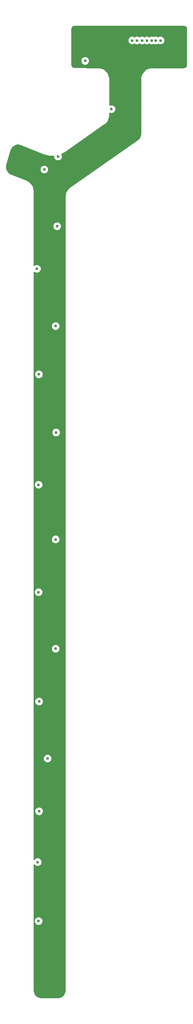
<source format=gbr>
%TF.GenerationSoftware,KiCad,Pcbnew,8.0.2*%
%TF.CreationDate,2025-02-04T18:07:00+01:00*%
%TF.ProjectId,FT25_AMS_VSENS,46543235-5f41-44d5-935f-5653454e532e,rev?*%
%TF.SameCoordinates,Original*%
%TF.FileFunction,Copper,L3,Inr*%
%TF.FilePolarity,Positive*%
%FSLAX46Y46*%
G04 Gerber Fmt 4.6, Leading zero omitted, Abs format (unit mm)*
G04 Created by KiCad (PCBNEW 8.0.2) date 2025-02-04 18:07:00*
%MOMM*%
%LPD*%
G01*
G04 APERTURE LIST*
%TA.AperFunction,ViaPad*%
%ADD10C,0.600000*%
%TD*%
G04 APERTURE END LIST*
D10*
%TO.N,/V1*%
X201425000Y-82300000D03*
X223300000Y-43200000D03*
%TO.N,/V2*%
X201100000Y-103300000D03*
X222300000Y-43200000D03*
%TO.N,/V3*%
X221400000Y-43200000D03*
X201200000Y-125700000D03*
%TO.N,/V4*%
X201100000Y-148200000D03*
X220400000Y-43200000D03*
%TO.N,/V5*%
X219400000Y-43200000D03*
X201100000Y-171200000D03*
%TO.N,/V6*%
X218300000Y-43200000D03*
X199400000Y-194287500D03*
%TO.N,/V7*%
X197300000Y-216100000D03*
X217300000Y-43200000D03*
%TO.N,/V8*%
X197500000Y-228500000D03*
%TO.N,/V9*%
X197600000Y-205400000D03*
%TO.N,/V10*%
X197600000Y-182300000D03*
%TO.N,/V11*%
X197500000Y-159300000D03*
%TO.N,/V12*%
X197500000Y-136700000D03*
%TO.N,/V13*%
X197550000Y-113450000D03*
%TO.N,/V14*%
X197150000Y-91250000D03*
%TO.N,/V15*%
X198718423Y-70342190D03*
%TO.N,VBUS*%
X212900000Y-57650000D03*
X207350000Y-47500000D03*
X201605503Y-67621559D03*
%TO.N,GND*%
X223150000Y-47350000D03*
%TD*%
%TA.AperFunction,Conductor*%
%TO.N,GND*%
G36*
X228144091Y-40102079D02*
G01*
X228145266Y-40102264D01*
X228145274Y-40102267D01*
X228186764Y-40102265D01*
X228198950Y-40102865D01*
X228318660Y-40114691D01*
X228342579Y-40119464D01*
X228451785Y-40152706D01*
X228474307Y-40162069D01*
X228532483Y-40193286D01*
X228571837Y-40214404D01*
X228574892Y-40216043D01*
X228595146Y-40229634D01*
X228683220Y-40302254D01*
X228700421Y-40319546D01*
X228772576Y-40408001D01*
X228786060Y-40428327D01*
X228839502Y-40529192D01*
X228848746Y-40551762D01*
X228881413Y-40661144D01*
X228886061Y-40685088D01*
X228897210Y-40804365D01*
X228897746Y-40816564D01*
X228897522Y-40858535D01*
X228898075Y-40862145D01*
X228899500Y-40880892D01*
X228899500Y-48300186D01*
X228898900Y-48312372D01*
X228886864Y-48434254D01*
X228882104Y-48458130D01*
X228846420Y-48575528D01*
X228837086Y-48598017D01*
X228779146Y-48706183D01*
X228765598Y-48726412D01*
X228687640Y-48821171D01*
X228670400Y-48838365D01*
X228575427Y-48916064D01*
X228555160Y-48929556D01*
X228446837Y-48987199D01*
X228424324Y-48996471D01*
X228306830Y-49031834D01*
X228282939Y-49036529D01*
X228154654Y-49048842D01*
X228142483Y-49049409D01*
X228112522Y-49049330D01*
X228101021Y-49049300D01*
X228101020Y-49049300D01*
X228092518Y-49049278D01*
X228090623Y-49049425D01*
X221452287Y-49049425D01*
X221447998Y-49049706D01*
X221364247Y-49049706D01*
X221226106Y-49066479D01*
X221087963Y-49083253D01*
X220956604Y-49115630D01*
X220817741Y-49149857D01*
X220817737Y-49149858D01*
X220817735Y-49149859D01*
X220817485Y-49149954D01*
X220557505Y-49248553D01*
X220311069Y-49377896D01*
X220082028Y-49535994D01*
X220082026Y-49535996D01*
X219952448Y-49650796D01*
X219873704Y-49720559D01*
X219873628Y-49720645D01*
X219696574Y-49920505D01*
X219689150Y-49928885D01*
X219594632Y-50065825D01*
X219531050Y-50157943D01*
X219401720Y-50404379D01*
X219401717Y-50404384D01*
X219303038Y-50664602D01*
X219303036Y-50664608D01*
X219236437Y-50934848D01*
X219202901Y-51211121D01*
X219202906Y-51350263D01*
X219202906Y-62804889D01*
X219202614Y-62813388D01*
X219187529Y-63032966D01*
X219185206Y-63049796D01*
X219141116Y-63261088D01*
X219136514Y-63277444D01*
X219063955Y-63480722D01*
X219057160Y-63496296D01*
X218957494Y-63687745D01*
X218948635Y-63702242D01*
X218823728Y-63878278D01*
X218812969Y-63891430D01*
X218665173Y-64048733D01*
X218652718Y-64060289D01*
X218481156Y-64198862D01*
X218474364Y-64203973D01*
X218442957Y-64225964D01*
X218442952Y-64225968D01*
X204244979Y-74167495D01*
X204244976Y-74167497D01*
X204221746Y-74183763D01*
X204210426Y-74191690D01*
X204199022Y-74199674D01*
X204175760Y-74215963D01*
X204175720Y-74215991D01*
X204097211Y-74270916D01*
X204097205Y-74270920D01*
X203891419Y-74455400D01*
X203891418Y-74455401D01*
X203709187Y-74663195D01*
X203709181Y-74663203D01*
X203553152Y-74891290D01*
X203553148Y-74891297D01*
X203425528Y-75136446D01*
X203425528Y-75136447D01*
X203328172Y-75395106D01*
X203327821Y-75396541D01*
X203262474Y-75663569D01*
X203229387Y-75937937D01*
X203229386Y-75937949D01*
X203229441Y-76076134D01*
X203229441Y-76076187D01*
X203229439Y-76133708D01*
X203229441Y-76133733D01*
X203229441Y-243030582D01*
X203229125Y-243039429D01*
X203212773Y-243268023D01*
X203210255Y-243285535D01*
X203162480Y-243505142D01*
X203157495Y-243522118D01*
X203078956Y-243732683D01*
X203071606Y-243748776D01*
X202963897Y-243946024D01*
X202954332Y-243960908D01*
X202819646Y-244140821D01*
X202808059Y-244154192D01*
X202649147Y-244313097D01*
X202635776Y-244324683D01*
X202455853Y-244459366D01*
X202440969Y-244468931D01*
X202243720Y-244576631D01*
X202227627Y-244583980D01*
X202017054Y-244662515D01*
X202000078Y-244667499D01*
X201780472Y-244715265D01*
X201762959Y-244717782D01*
X201533349Y-244734197D01*
X201524505Y-244734513D01*
X201490737Y-244734512D01*
X201482355Y-244734512D01*
X201482354Y-244734512D01*
X201472375Y-244734512D01*
X201472351Y-244734514D01*
X198134382Y-244734514D01*
X198125534Y-244734198D01*
X198101774Y-244732498D01*
X197896928Y-244717841D01*
X197879418Y-244715323D01*
X197659803Y-244667545D01*
X197642828Y-244662560D01*
X197432255Y-244584018D01*
X197416163Y-244576669D01*
X197218903Y-244468957D01*
X197204024Y-244459394D01*
X197024105Y-244324710D01*
X197010735Y-244313126D01*
X196851805Y-244154201D01*
X196840220Y-244140831D01*
X196840213Y-244140821D01*
X196705525Y-243960908D01*
X196695970Y-243946039D01*
X196588248Y-243748776D01*
X196580901Y-243732690D01*
X196580898Y-243732683D01*
X196502350Y-243522111D01*
X196497366Y-243505137D01*
X196449584Y-243285531D01*
X196447065Y-243268021D01*
X196440347Y-243174169D01*
X196430757Y-243040179D01*
X196430441Y-243031326D01*
X196430441Y-228499996D01*
X196694435Y-228499996D01*
X196694435Y-228500003D01*
X196714630Y-228679249D01*
X196714631Y-228679254D01*
X196774211Y-228849523D01*
X196870184Y-229002262D01*
X196997738Y-229129816D01*
X197150478Y-229225789D01*
X197320745Y-229285368D01*
X197320750Y-229285369D01*
X197499996Y-229305565D01*
X197500000Y-229305565D01*
X197500004Y-229305565D01*
X197679249Y-229285369D01*
X197679252Y-229285368D01*
X197679255Y-229285368D01*
X197849522Y-229225789D01*
X198002262Y-229129816D01*
X198129816Y-229002262D01*
X198225789Y-228849522D01*
X198285368Y-228679255D01*
X198305565Y-228500000D01*
X198285368Y-228320745D01*
X198225789Y-228150478D01*
X198129816Y-227997738D01*
X198002262Y-227870184D01*
X197849523Y-227774211D01*
X197679254Y-227714631D01*
X197679249Y-227714630D01*
X197500004Y-227694435D01*
X197499996Y-227694435D01*
X197320750Y-227714630D01*
X197320745Y-227714631D01*
X197150476Y-227774211D01*
X196997737Y-227870184D01*
X196870184Y-227997737D01*
X196774211Y-228150476D01*
X196714631Y-228320745D01*
X196714630Y-228320750D01*
X196694435Y-228499996D01*
X196430441Y-228499996D01*
X196430441Y-216651126D01*
X196450126Y-216584087D01*
X196502930Y-216538332D01*
X196572088Y-216528388D01*
X196635644Y-216557413D01*
X196659432Y-216585150D01*
X196670184Y-216602262D01*
X196797738Y-216729816D01*
X196950478Y-216825789D01*
X197120745Y-216885368D01*
X197120750Y-216885369D01*
X197299996Y-216905565D01*
X197300000Y-216905565D01*
X197300004Y-216905565D01*
X197479249Y-216885369D01*
X197479252Y-216885368D01*
X197479255Y-216885368D01*
X197649522Y-216825789D01*
X197802262Y-216729816D01*
X197929816Y-216602262D01*
X198025789Y-216449522D01*
X198085368Y-216279255D01*
X198105565Y-216100000D01*
X198085368Y-215920745D01*
X198025789Y-215750478D01*
X197929816Y-215597738D01*
X197802262Y-215470184D01*
X197649523Y-215374211D01*
X197479254Y-215314631D01*
X197479249Y-215314630D01*
X197300004Y-215294435D01*
X197299996Y-215294435D01*
X197120750Y-215314630D01*
X197120745Y-215314631D01*
X196950476Y-215374211D01*
X196797737Y-215470184D01*
X196670182Y-215597739D01*
X196659434Y-215614846D01*
X196607099Y-215661137D01*
X196538046Y-215671784D01*
X196474198Y-215643409D01*
X196435826Y-215585019D01*
X196430441Y-215548873D01*
X196430441Y-205399996D01*
X196794435Y-205399996D01*
X196794435Y-205400003D01*
X196814630Y-205579249D01*
X196814631Y-205579254D01*
X196874211Y-205749523D01*
X196970184Y-205902262D01*
X197097738Y-206029816D01*
X197250478Y-206125789D01*
X197420745Y-206185368D01*
X197420750Y-206185369D01*
X197599996Y-206205565D01*
X197600000Y-206205565D01*
X197600004Y-206205565D01*
X197779249Y-206185369D01*
X197779252Y-206185368D01*
X197779255Y-206185368D01*
X197949522Y-206125789D01*
X198102262Y-206029816D01*
X198229816Y-205902262D01*
X198325789Y-205749522D01*
X198385368Y-205579255D01*
X198405565Y-205400000D01*
X198385368Y-205220745D01*
X198325789Y-205050478D01*
X198229816Y-204897738D01*
X198102262Y-204770184D01*
X197949523Y-204674211D01*
X197779254Y-204614631D01*
X197779249Y-204614630D01*
X197600004Y-204594435D01*
X197599996Y-204594435D01*
X197420750Y-204614630D01*
X197420745Y-204614631D01*
X197250476Y-204674211D01*
X197097737Y-204770184D01*
X196970184Y-204897737D01*
X196874211Y-205050476D01*
X196814631Y-205220745D01*
X196814630Y-205220750D01*
X196794435Y-205399996D01*
X196430441Y-205399996D01*
X196430441Y-194287496D01*
X198594435Y-194287496D01*
X198594435Y-194287503D01*
X198614630Y-194466749D01*
X198614631Y-194466754D01*
X198674211Y-194637023D01*
X198770184Y-194789762D01*
X198897738Y-194917316D01*
X199050478Y-195013289D01*
X199220745Y-195072868D01*
X199220750Y-195072869D01*
X199399996Y-195093065D01*
X199400000Y-195093065D01*
X199400004Y-195093065D01*
X199579249Y-195072869D01*
X199579252Y-195072868D01*
X199579255Y-195072868D01*
X199749522Y-195013289D01*
X199902262Y-194917316D01*
X200029816Y-194789762D01*
X200125789Y-194637022D01*
X200185368Y-194466755D01*
X200205565Y-194287500D01*
X200185368Y-194108245D01*
X200125789Y-193937978D01*
X200029816Y-193785238D01*
X199902262Y-193657684D01*
X199749523Y-193561711D01*
X199579254Y-193502131D01*
X199579249Y-193502130D01*
X199400004Y-193481935D01*
X199399996Y-193481935D01*
X199220750Y-193502130D01*
X199220745Y-193502131D01*
X199050476Y-193561711D01*
X198897737Y-193657684D01*
X198770184Y-193785237D01*
X198674211Y-193937976D01*
X198614631Y-194108245D01*
X198614630Y-194108250D01*
X198594435Y-194287496D01*
X196430441Y-194287496D01*
X196430441Y-182299996D01*
X196794435Y-182299996D01*
X196794435Y-182300003D01*
X196814630Y-182479249D01*
X196814631Y-182479254D01*
X196874211Y-182649523D01*
X196970184Y-182802262D01*
X197097738Y-182929816D01*
X197250478Y-183025789D01*
X197420745Y-183085368D01*
X197420750Y-183085369D01*
X197599996Y-183105565D01*
X197600000Y-183105565D01*
X197600004Y-183105565D01*
X197779249Y-183085369D01*
X197779252Y-183085368D01*
X197779255Y-183085368D01*
X197949522Y-183025789D01*
X198102262Y-182929816D01*
X198229816Y-182802262D01*
X198325789Y-182649522D01*
X198385368Y-182479255D01*
X198405565Y-182300000D01*
X198385368Y-182120745D01*
X198325789Y-181950478D01*
X198229816Y-181797738D01*
X198102262Y-181670184D01*
X197949523Y-181574211D01*
X197779254Y-181514631D01*
X197779249Y-181514630D01*
X197600004Y-181494435D01*
X197599996Y-181494435D01*
X197420750Y-181514630D01*
X197420745Y-181514631D01*
X197250476Y-181574211D01*
X197097737Y-181670184D01*
X196970184Y-181797737D01*
X196874211Y-181950476D01*
X196814631Y-182120745D01*
X196814630Y-182120750D01*
X196794435Y-182299996D01*
X196430441Y-182299996D01*
X196430441Y-171199996D01*
X200294435Y-171199996D01*
X200294435Y-171200003D01*
X200314630Y-171379249D01*
X200314631Y-171379254D01*
X200374211Y-171549523D01*
X200470184Y-171702262D01*
X200597738Y-171829816D01*
X200750478Y-171925789D01*
X200920745Y-171985368D01*
X200920750Y-171985369D01*
X201099996Y-172005565D01*
X201100000Y-172005565D01*
X201100004Y-172005565D01*
X201279249Y-171985369D01*
X201279252Y-171985368D01*
X201279255Y-171985368D01*
X201449522Y-171925789D01*
X201602262Y-171829816D01*
X201729816Y-171702262D01*
X201825789Y-171549522D01*
X201885368Y-171379255D01*
X201905565Y-171200000D01*
X201885368Y-171020745D01*
X201825789Y-170850478D01*
X201729816Y-170697738D01*
X201602262Y-170570184D01*
X201449523Y-170474211D01*
X201279254Y-170414631D01*
X201279249Y-170414630D01*
X201100004Y-170394435D01*
X201099996Y-170394435D01*
X200920750Y-170414630D01*
X200920745Y-170414631D01*
X200750476Y-170474211D01*
X200597737Y-170570184D01*
X200470184Y-170697737D01*
X200374211Y-170850476D01*
X200314631Y-171020745D01*
X200314630Y-171020750D01*
X200294435Y-171199996D01*
X196430441Y-171199996D01*
X196430441Y-159299996D01*
X196694435Y-159299996D01*
X196694435Y-159300003D01*
X196714630Y-159479249D01*
X196714631Y-159479254D01*
X196774211Y-159649523D01*
X196870184Y-159802262D01*
X196997738Y-159929816D01*
X197150478Y-160025789D01*
X197320745Y-160085368D01*
X197320750Y-160085369D01*
X197499996Y-160105565D01*
X197500000Y-160105565D01*
X197500004Y-160105565D01*
X197679249Y-160085369D01*
X197679252Y-160085368D01*
X197679255Y-160085368D01*
X197849522Y-160025789D01*
X198002262Y-159929816D01*
X198129816Y-159802262D01*
X198225789Y-159649522D01*
X198285368Y-159479255D01*
X198305565Y-159300000D01*
X198285368Y-159120745D01*
X198225789Y-158950478D01*
X198129816Y-158797738D01*
X198002262Y-158670184D01*
X197849523Y-158574211D01*
X197679254Y-158514631D01*
X197679249Y-158514630D01*
X197500004Y-158494435D01*
X197499996Y-158494435D01*
X197320750Y-158514630D01*
X197320745Y-158514631D01*
X197150476Y-158574211D01*
X196997737Y-158670184D01*
X196870184Y-158797737D01*
X196774211Y-158950476D01*
X196714631Y-159120745D01*
X196714630Y-159120750D01*
X196694435Y-159299996D01*
X196430441Y-159299996D01*
X196430441Y-148199996D01*
X200294435Y-148199996D01*
X200294435Y-148200003D01*
X200314630Y-148379249D01*
X200314631Y-148379254D01*
X200374211Y-148549523D01*
X200470184Y-148702262D01*
X200597738Y-148829816D01*
X200750478Y-148925789D01*
X200920745Y-148985368D01*
X200920750Y-148985369D01*
X201099996Y-149005565D01*
X201100000Y-149005565D01*
X201100004Y-149005565D01*
X201279249Y-148985369D01*
X201279252Y-148985368D01*
X201279255Y-148985368D01*
X201449522Y-148925789D01*
X201602262Y-148829816D01*
X201729816Y-148702262D01*
X201825789Y-148549522D01*
X201885368Y-148379255D01*
X201905565Y-148200000D01*
X201885368Y-148020745D01*
X201825789Y-147850478D01*
X201729816Y-147697738D01*
X201602262Y-147570184D01*
X201449523Y-147474211D01*
X201279254Y-147414631D01*
X201279249Y-147414630D01*
X201100004Y-147394435D01*
X201099996Y-147394435D01*
X200920750Y-147414630D01*
X200920745Y-147414631D01*
X200750476Y-147474211D01*
X200597737Y-147570184D01*
X200470184Y-147697737D01*
X200374211Y-147850476D01*
X200314631Y-148020745D01*
X200314630Y-148020750D01*
X200294435Y-148199996D01*
X196430441Y-148199996D01*
X196430441Y-136699996D01*
X196694435Y-136699996D01*
X196694435Y-136700003D01*
X196714630Y-136879249D01*
X196714631Y-136879254D01*
X196774211Y-137049523D01*
X196870184Y-137202262D01*
X196997738Y-137329816D01*
X197150478Y-137425789D01*
X197320745Y-137485368D01*
X197320750Y-137485369D01*
X197499996Y-137505565D01*
X197500000Y-137505565D01*
X197500004Y-137505565D01*
X197679249Y-137485369D01*
X197679252Y-137485368D01*
X197679255Y-137485368D01*
X197849522Y-137425789D01*
X198002262Y-137329816D01*
X198129816Y-137202262D01*
X198225789Y-137049522D01*
X198285368Y-136879255D01*
X198305565Y-136700000D01*
X198285368Y-136520745D01*
X198225789Y-136350478D01*
X198129816Y-136197738D01*
X198002262Y-136070184D01*
X197849523Y-135974211D01*
X197679254Y-135914631D01*
X197679249Y-135914630D01*
X197500004Y-135894435D01*
X197499996Y-135894435D01*
X197320750Y-135914630D01*
X197320745Y-135914631D01*
X197150476Y-135974211D01*
X196997737Y-136070184D01*
X196870184Y-136197737D01*
X196774211Y-136350476D01*
X196714631Y-136520745D01*
X196714630Y-136520750D01*
X196694435Y-136699996D01*
X196430441Y-136699996D01*
X196430441Y-125699996D01*
X200394435Y-125699996D01*
X200394435Y-125700003D01*
X200414630Y-125879249D01*
X200414631Y-125879254D01*
X200474211Y-126049523D01*
X200570184Y-126202262D01*
X200697738Y-126329816D01*
X200850478Y-126425789D01*
X201020745Y-126485368D01*
X201020750Y-126485369D01*
X201199996Y-126505565D01*
X201200000Y-126505565D01*
X201200004Y-126505565D01*
X201379249Y-126485369D01*
X201379252Y-126485368D01*
X201379255Y-126485368D01*
X201549522Y-126425789D01*
X201702262Y-126329816D01*
X201829816Y-126202262D01*
X201925789Y-126049522D01*
X201985368Y-125879255D01*
X202005565Y-125700000D01*
X201985368Y-125520745D01*
X201925789Y-125350478D01*
X201829816Y-125197738D01*
X201702262Y-125070184D01*
X201549523Y-124974211D01*
X201379254Y-124914631D01*
X201379249Y-124914630D01*
X201200004Y-124894435D01*
X201199996Y-124894435D01*
X201020750Y-124914630D01*
X201020745Y-124914631D01*
X200850476Y-124974211D01*
X200697737Y-125070184D01*
X200570184Y-125197737D01*
X200474211Y-125350476D01*
X200414631Y-125520745D01*
X200414630Y-125520750D01*
X200394435Y-125699996D01*
X196430441Y-125699996D01*
X196430441Y-113449996D01*
X196744435Y-113449996D01*
X196744435Y-113450003D01*
X196764630Y-113629249D01*
X196764631Y-113629254D01*
X196824211Y-113799523D01*
X196920184Y-113952262D01*
X197047738Y-114079816D01*
X197200478Y-114175789D01*
X197370745Y-114235368D01*
X197370750Y-114235369D01*
X197549996Y-114255565D01*
X197550000Y-114255565D01*
X197550004Y-114255565D01*
X197729249Y-114235369D01*
X197729252Y-114235368D01*
X197729255Y-114235368D01*
X197899522Y-114175789D01*
X198052262Y-114079816D01*
X198179816Y-113952262D01*
X198275789Y-113799522D01*
X198335368Y-113629255D01*
X198355565Y-113450000D01*
X198335368Y-113270745D01*
X198275789Y-113100478D01*
X198179816Y-112947738D01*
X198052262Y-112820184D01*
X197899523Y-112724211D01*
X197729254Y-112664631D01*
X197729249Y-112664630D01*
X197550004Y-112644435D01*
X197549996Y-112644435D01*
X197370750Y-112664630D01*
X197370745Y-112664631D01*
X197200476Y-112724211D01*
X197047737Y-112820184D01*
X196920184Y-112947737D01*
X196824211Y-113100476D01*
X196764631Y-113270745D01*
X196764630Y-113270750D01*
X196744435Y-113449996D01*
X196430441Y-113449996D01*
X196430441Y-103299996D01*
X200294435Y-103299996D01*
X200294435Y-103300003D01*
X200314630Y-103479249D01*
X200314631Y-103479254D01*
X200374211Y-103649523D01*
X200470184Y-103802262D01*
X200597738Y-103929816D01*
X200750478Y-104025789D01*
X200920745Y-104085368D01*
X200920750Y-104085369D01*
X201099996Y-104105565D01*
X201100000Y-104105565D01*
X201100004Y-104105565D01*
X201279249Y-104085369D01*
X201279252Y-104085368D01*
X201279255Y-104085368D01*
X201449522Y-104025789D01*
X201602262Y-103929816D01*
X201729816Y-103802262D01*
X201825789Y-103649522D01*
X201885368Y-103479255D01*
X201905565Y-103300000D01*
X201885368Y-103120745D01*
X201825789Y-102950478D01*
X201729816Y-102797738D01*
X201602262Y-102670184D01*
X201449523Y-102574211D01*
X201279254Y-102514631D01*
X201279249Y-102514630D01*
X201100004Y-102494435D01*
X201099996Y-102494435D01*
X200920750Y-102514630D01*
X200920745Y-102514631D01*
X200750476Y-102574211D01*
X200597737Y-102670184D01*
X200470184Y-102797737D01*
X200374211Y-102950476D01*
X200314631Y-103120745D01*
X200314630Y-103120750D01*
X200294435Y-103299996D01*
X196430441Y-103299996D01*
X196430441Y-91961881D01*
X196450126Y-91894842D01*
X196502930Y-91849087D01*
X196572088Y-91839143D01*
X196635644Y-91868168D01*
X196642122Y-91874200D01*
X196647738Y-91879816D01*
X196671652Y-91894842D01*
X196778343Y-91961881D01*
X196800478Y-91975789D01*
X196970745Y-92035368D01*
X196970750Y-92035369D01*
X197149996Y-92055565D01*
X197150000Y-92055565D01*
X197150004Y-92055565D01*
X197329249Y-92035369D01*
X197329252Y-92035368D01*
X197329255Y-92035368D01*
X197499522Y-91975789D01*
X197652262Y-91879816D01*
X197779816Y-91752262D01*
X197875789Y-91599522D01*
X197935368Y-91429255D01*
X197955565Y-91250000D01*
X197935368Y-91070745D01*
X197875789Y-90900478D01*
X197779816Y-90747738D01*
X197652262Y-90620184D01*
X197639920Y-90612429D01*
X197499523Y-90524211D01*
X197329254Y-90464631D01*
X197329249Y-90464630D01*
X197150004Y-90444435D01*
X197149996Y-90444435D01*
X196970750Y-90464630D01*
X196970745Y-90464631D01*
X196800476Y-90524211D01*
X196647737Y-90620184D01*
X196642122Y-90625800D01*
X196580799Y-90659285D01*
X196511107Y-90654301D01*
X196455174Y-90612429D01*
X196430757Y-90546965D01*
X196430441Y-90538119D01*
X196430441Y-82299996D01*
X200619435Y-82299996D01*
X200619435Y-82300003D01*
X200639630Y-82479249D01*
X200639631Y-82479254D01*
X200699211Y-82649523D01*
X200795184Y-82802262D01*
X200922738Y-82929816D01*
X201075478Y-83025789D01*
X201245745Y-83085368D01*
X201245750Y-83085369D01*
X201424996Y-83105565D01*
X201425000Y-83105565D01*
X201425004Y-83105565D01*
X201604249Y-83085369D01*
X201604252Y-83085368D01*
X201604255Y-83085368D01*
X201774522Y-83025789D01*
X201927262Y-82929816D01*
X202054816Y-82802262D01*
X202150789Y-82649522D01*
X202210368Y-82479255D01*
X202230565Y-82300000D01*
X202210368Y-82120745D01*
X202150789Y-81950478D01*
X202054816Y-81797738D01*
X201927262Y-81670184D01*
X201774523Y-81574211D01*
X201604254Y-81514631D01*
X201604249Y-81514630D01*
X201425004Y-81494435D01*
X201424996Y-81494435D01*
X201245750Y-81514630D01*
X201245745Y-81514631D01*
X201075476Y-81574211D01*
X200922737Y-81670184D01*
X200795184Y-81797737D01*
X200699211Y-81950476D01*
X200639631Y-82120745D01*
X200639630Y-82120750D01*
X200619435Y-82299996D01*
X196430441Y-82299996D01*
X196430441Y-74845456D01*
X196430406Y-74844946D01*
X196430394Y-74755951D01*
X196397914Y-74484012D01*
X196333402Y-74217847D01*
X196237769Y-73961215D01*
X196112366Y-73717740D01*
X195958964Y-73490862D01*
X195958958Y-73490855D01*
X195958952Y-73490847D01*
X195779736Y-73283792D01*
X195779730Y-73283785D01*
X195577196Y-73099433D01*
X195577193Y-73099430D01*
X195354231Y-72940417D01*
X195354224Y-72940413D01*
X195354223Y-72940412D01*
X195354221Y-72940411D01*
X195268035Y-72893259D01*
X195113959Y-72808965D01*
X195113942Y-72808958D01*
X195081832Y-72796063D01*
X195081782Y-72796023D01*
X194934368Y-72736853D01*
X194934282Y-72736826D01*
X191701785Y-71439330D01*
X191701768Y-71439324D01*
X191690193Y-71434678D01*
X191672489Y-71427571D01*
X191664883Y-71424218D01*
X191470904Y-71330811D01*
X191456448Y-71322614D01*
X191280197Y-71206411D01*
X191266967Y-71196355D01*
X191107827Y-71057621D01*
X191096061Y-71045885D01*
X190956912Y-70887128D01*
X190946823Y-70873929D01*
X190830150Y-70697987D01*
X190821914Y-70683553D01*
X190729811Y-70493583D01*
X190723580Y-70478178D01*
X190716617Y-70456976D01*
X190678918Y-70342186D01*
X197912858Y-70342186D01*
X197912858Y-70342193D01*
X197933053Y-70521439D01*
X197933054Y-70521444D01*
X197992634Y-70691713D01*
X198088607Y-70844452D01*
X198216161Y-70972006D01*
X198306503Y-71028772D01*
X198343715Y-71052154D01*
X198368901Y-71067979D01*
X198539168Y-71127558D01*
X198539173Y-71127559D01*
X198718419Y-71147755D01*
X198718423Y-71147755D01*
X198718427Y-71147755D01*
X198897672Y-71127559D01*
X198897675Y-71127558D01*
X198897678Y-71127558D01*
X199067945Y-71067979D01*
X199220685Y-70972006D01*
X199348239Y-70844452D01*
X199444212Y-70691712D01*
X199503791Y-70521445D01*
X199503792Y-70521439D01*
X199523988Y-70342193D01*
X199523988Y-70342186D01*
X199503792Y-70162940D01*
X199503791Y-70162935D01*
X199444211Y-69992666D01*
X199348238Y-69839927D01*
X199220685Y-69712374D01*
X199067946Y-69616401D01*
X198897677Y-69556821D01*
X198897672Y-69556820D01*
X198718427Y-69536625D01*
X198718419Y-69536625D01*
X198539173Y-69556820D01*
X198539168Y-69556821D01*
X198368899Y-69616401D01*
X198216160Y-69712374D01*
X198088607Y-69839927D01*
X197992634Y-69992666D01*
X197933054Y-70162935D01*
X197933053Y-70162940D01*
X197912858Y-70342186D01*
X190678918Y-70342186D01*
X190657708Y-70277602D01*
X190653596Y-70261519D01*
X190615134Y-70053924D01*
X190613209Y-70037424D01*
X190606337Y-69897522D01*
X190602852Y-69826555D01*
X190603151Y-69809948D01*
X190621082Y-69599585D01*
X190623596Y-69583188D01*
X190670276Y-69373606D01*
X190672353Y-69365565D01*
X190721287Y-69199306D01*
X191551289Y-66379279D01*
X191551297Y-66379263D01*
X191555684Y-66364355D01*
X191555685Y-66364355D01*
X191567908Y-66322821D01*
X191570608Y-66314697D01*
X191648229Y-66105720D01*
X191655313Y-66090070D01*
X191759040Y-65897688D01*
X191768236Y-65883150D01*
X191897590Y-65706981D01*
X191908702Y-65693861D01*
X192061208Y-65537279D01*
X192074009Y-65525841D01*
X192246726Y-65391870D01*
X192261007Y-65382302D01*
X192450599Y-65273529D01*
X192466044Y-65266041D01*
X192668877Y-65184553D01*
X192685230Y-65179268D01*
X192897364Y-65126645D01*
X192914295Y-65123674D01*
X193131682Y-65100917D01*
X193148851Y-65100318D01*
X193367291Y-65107870D01*
X193384400Y-65109656D01*
X193492037Y-65128511D01*
X193599676Y-65147366D01*
X193616372Y-65151502D01*
X193827566Y-65219682D01*
X193835622Y-65222594D01*
X198472164Y-67083696D01*
X198472172Y-67083701D01*
X198483814Y-67088373D01*
X198483816Y-67088375D01*
X198513809Y-67100413D01*
X198513813Y-67100416D01*
X198513814Y-67100415D01*
X198564697Y-67120840D01*
X198564698Y-67120840D01*
X198572184Y-67123845D01*
X198572573Y-67123971D01*
X198719773Y-67183052D01*
X199114733Y-67304789D01*
X199114741Y-67304790D01*
X199114742Y-67304791D01*
X199518380Y-67393474D01*
X199518387Y-67393474D01*
X199518401Y-67393478D01*
X199928016Y-67448513D01*
X200340778Y-67469518D01*
X200675573Y-67458844D01*
X200743203Y-67476382D01*
X200790618Y-67527701D01*
X200802760Y-67596508D01*
X200799939Y-67621555D01*
X200799938Y-67621561D01*
X200799938Y-67621562D01*
X200820133Y-67800808D01*
X200820134Y-67800813D01*
X200879714Y-67971082D01*
X200975687Y-68123821D01*
X201103241Y-68251375D01*
X201255981Y-68347348D01*
X201426248Y-68406927D01*
X201426253Y-68406928D01*
X201605499Y-68427124D01*
X201605503Y-68427124D01*
X201605507Y-68427124D01*
X201784752Y-68406928D01*
X201784755Y-68406927D01*
X201784758Y-68406927D01*
X201955025Y-68347348D01*
X202107765Y-68251375D01*
X202235319Y-68123821D01*
X202331292Y-67971081D01*
X202390871Y-67800814D01*
X202411068Y-67621559D01*
X202408245Y-67596508D01*
X202390872Y-67442309D01*
X202390871Y-67442304D01*
X202331291Y-67272034D01*
X202311453Y-67240463D01*
X202292452Y-67173226D01*
X202312819Y-67106391D01*
X202363018Y-67062591D01*
X202726299Y-66889147D01*
X203083280Y-66680873D01*
X203190921Y-66605504D01*
X203190926Y-66605502D01*
X203209610Y-66592420D01*
X203209616Y-66592417D01*
X203220149Y-66585040D01*
X203220152Y-66585040D01*
X203252559Y-66562348D01*
X203252559Y-66562349D01*
X203291547Y-66535050D01*
X203291549Y-66535047D01*
X203301014Y-66528420D01*
X203301017Y-66528416D01*
X211373394Y-60876079D01*
X211373413Y-60876069D01*
X211380783Y-60870908D01*
X211380873Y-60870877D01*
X211422950Y-60841439D01*
X211422951Y-60841440D01*
X211536183Y-60762222D01*
X211741974Y-60577731D01*
X211924201Y-60369931D01*
X212080244Y-60141813D01*
X212207857Y-59896656D01*
X212305206Y-59637985D01*
X212370892Y-59369522D01*
X212403968Y-59095126D01*
X212403906Y-58956934D01*
X212403906Y-58499263D01*
X212423591Y-58432224D01*
X212476395Y-58386469D01*
X212545553Y-58376525D01*
X212568861Y-58382222D01*
X212720737Y-58435366D01*
X212720743Y-58435367D01*
X212720745Y-58435368D01*
X212720746Y-58435368D01*
X212720750Y-58435369D01*
X212899996Y-58455565D01*
X212900000Y-58455565D01*
X212900004Y-58455565D01*
X213079249Y-58435369D01*
X213079252Y-58435368D01*
X213079255Y-58435368D01*
X213249522Y-58375789D01*
X213402262Y-58279816D01*
X213529816Y-58152262D01*
X213625789Y-57999522D01*
X213685368Y-57829255D01*
X213705565Y-57650000D01*
X213685368Y-57470745D01*
X213625789Y-57300478D01*
X213529816Y-57147738D01*
X213402262Y-57020184D01*
X213396093Y-57016308D01*
X213249523Y-56924211D01*
X213079254Y-56864631D01*
X213079249Y-56864630D01*
X212900004Y-56844435D01*
X212899996Y-56844435D01*
X212720750Y-56864630D01*
X212720742Y-56864632D01*
X212568860Y-56917778D01*
X212499081Y-56921339D01*
X212438454Y-56886610D01*
X212406227Y-56824617D01*
X212403906Y-56800736D01*
X212403906Y-51397868D01*
X212403907Y-51397865D01*
X212403906Y-51350270D01*
X212403906Y-51310712D01*
X212403906Y-51303141D01*
X212403825Y-51301914D01*
X212403825Y-51211125D01*
X212403825Y-51211121D01*
X212403825Y-51211120D01*
X212370277Y-50934848D01*
X212303675Y-50664635D01*
X212303662Y-50664602D01*
X212215252Y-50431483D01*
X212204988Y-50404419D01*
X212075657Y-50157995D01*
X211917567Y-49928956D01*
X211871431Y-49876877D01*
X211733027Y-49720645D01*
X211733009Y-49720628D01*
X211524723Y-49536094D01*
X211524715Y-49536087D01*
X211295687Y-49377992D01*
X211295686Y-49377991D01*
X211295684Y-49377990D01*
X211118254Y-49284860D01*
X211049264Y-49248648D01*
X211049255Y-49248644D01*
X210789056Y-49149954D01*
X210789054Y-49149953D01*
X210789053Y-49149953D01*
X210518842Y-49083340D01*
X210518126Y-49083253D01*
X210242568Y-49049780D01*
X210242574Y-49049780D01*
X210105867Y-49049774D01*
X210104449Y-49049766D01*
X205167302Y-48993073D01*
X205159362Y-48992402D01*
X205113184Y-48992402D01*
X205101030Y-48991805D01*
X205088844Y-48990604D01*
X204982773Y-48980155D01*
X204958934Y-48975412D01*
X204851093Y-48942698D01*
X204828635Y-48933396D01*
X204729246Y-48880270D01*
X204709035Y-48866765D01*
X204621912Y-48795264D01*
X204604725Y-48778077D01*
X204533230Y-48690960D01*
X204519726Y-48670749D01*
X204466601Y-48571357D01*
X204457300Y-48548901D01*
X204424584Y-48441052D01*
X204419842Y-48417216D01*
X204408208Y-48299096D01*
X204407611Y-48286941D01*
X204407618Y-47499996D01*
X206544435Y-47499996D01*
X206544435Y-47500003D01*
X206564630Y-47679249D01*
X206564631Y-47679254D01*
X206624211Y-47849523D01*
X206720184Y-48002262D01*
X206847738Y-48129816D01*
X207000478Y-48225789D01*
X207170745Y-48285368D01*
X207170750Y-48285369D01*
X207349996Y-48305565D01*
X207350000Y-48305565D01*
X207350004Y-48305565D01*
X207529249Y-48285369D01*
X207529252Y-48285368D01*
X207529255Y-48285368D01*
X207699522Y-48225789D01*
X207852262Y-48129816D01*
X207979816Y-48002262D01*
X208075789Y-47849522D01*
X208135368Y-47679255D01*
X208155565Y-47500000D01*
X208135368Y-47320745D01*
X208075789Y-47150478D01*
X207979816Y-46997738D01*
X207852262Y-46870184D01*
X207699523Y-46774211D01*
X207529254Y-46714631D01*
X207529249Y-46714630D01*
X207350004Y-46694435D01*
X207349996Y-46694435D01*
X207170750Y-46714630D01*
X207170745Y-46714631D01*
X207000476Y-46774211D01*
X206847737Y-46870184D01*
X206720184Y-46997737D01*
X206624211Y-47150476D01*
X206564631Y-47320745D01*
X206564630Y-47320750D01*
X206544435Y-47499996D01*
X204407618Y-47499996D01*
X204407624Y-46774211D01*
X204407654Y-43199996D01*
X216494435Y-43199996D01*
X216494435Y-43200003D01*
X216514630Y-43379249D01*
X216514631Y-43379254D01*
X216574211Y-43549523D01*
X216670184Y-43702262D01*
X216797738Y-43829816D01*
X216950478Y-43925789D01*
X217120745Y-43985368D01*
X217120750Y-43985369D01*
X217299996Y-44005565D01*
X217300000Y-44005565D01*
X217300004Y-44005565D01*
X217479249Y-43985369D01*
X217479252Y-43985368D01*
X217479255Y-43985368D01*
X217649522Y-43925789D01*
X217734027Y-43872691D01*
X217801264Y-43853690D01*
X217865973Y-43872691D01*
X217950475Y-43925788D01*
X218120745Y-43985368D01*
X218120750Y-43985369D01*
X218299996Y-44005565D01*
X218300000Y-44005565D01*
X218300004Y-44005565D01*
X218479249Y-43985369D01*
X218479252Y-43985368D01*
X218479255Y-43985368D01*
X218649522Y-43925789D01*
X218784029Y-43841272D01*
X218851264Y-43822272D01*
X218915970Y-43841272D01*
X218965973Y-43872691D01*
X219050475Y-43925788D01*
X219220745Y-43985368D01*
X219220750Y-43985369D01*
X219399996Y-44005565D01*
X219400000Y-44005565D01*
X219400004Y-44005565D01*
X219579249Y-43985369D01*
X219579252Y-43985368D01*
X219579255Y-43985368D01*
X219749522Y-43925789D01*
X219834027Y-43872691D01*
X219901264Y-43853690D01*
X219965973Y-43872691D01*
X220050475Y-43925788D01*
X220220745Y-43985368D01*
X220220750Y-43985369D01*
X220399996Y-44005565D01*
X220400000Y-44005565D01*
X220400004Y-44005565D01*
X220579249Y-43985369D01*
X220579252Y-43985368D01*
X220579255Y-43985368D01*
X220749522Y-43925789D01*
X220834027Y-43872691D01*
X220901264Y-43853690D01*
X220965973Y-43872691D01*
X221050475Y-43925788D01*
X221220745Y-43985368D01*
X221220750Y-43985369D01*
X221399996Y-44005565D01*
X221400000Y-44005565D01*
X221400004Y-44005565D01*
X221579249Y-43985369D01*
X221579252Y-43985368D01*
X221579255Y-43985368D01*
X221749522Y-43925789D01*
X221784027Y-43904108D01*
X221851263Y-43885107D01*
X221915973Y-43904108D01*
X221950475Y-43925788D01*
X222120745Y-43985368D01*
X222120750Y-43985369D01*
X222299996Y-44005565D01*
X222300000Y-44005565D01*
X222300004Y-44005565D01*
X222479249Y-43985369D01*
X222479252Y-43985368D01*
X222479255Y-43985368D01*
X222649522Y-43925789D01*
X222734027Y-43872691D01*
X222801264Y-43853690D01*
X222865973Y-43872691D01*
X222950475Y-43925788D01*
X223120745Y-43985368D01*
X223120750Y-43985369D01*
X223299996Y-44005565D01*
X223300000Y-44005565D01*
X223300004Y-44005565D01*
X223479249Y-43985369D01*
X223479252Y-43985368D01*
X223479255Y-43985368D01*
X223649522Y-43925789D01*
X223802262Y-43829816D01*
X223929816Y-43702262D01*
X224025789Y-43549522D01*
X224085368Y-43379255D01*
X224105565Y-43200000D01*
X224085368Y-43020745D01*
X224025789Y-42850478D01*
X223929816Y-42697738D01*
X223802262Y-42570184D01*
X223734027Y-42527309D01*
X223649523Y-42474211D01*
X223479254Y-42414631D01*
X223479249Y-42414630D01*
X223300004Y-42394435D01*
X223299996Y-42394435D01*
X223120750Y-42414630D01*
X223120737Y-42414633D01*
X222950479Y-42474209D01*
X222865971Y-42527309D01*
X222798734Y-42546309D01*
X222734029Y-42527309D01*
X222649520Y-42474209D01*
X222479262Y-42414633D01*
X222479249Y-42414630D01*
X222300004Y-42394435D01*
X222299996Y-42394435D01*
X222120750Y-42414630D01*
X222120737Y-42414633D01*
X221950480Y-42474209D01*
X221915970Y-42495893D01*
X221848733Y-42514892D01*
X221784030Y-42495893D01*
X221749519Y-42474209D01*
X221579262Y-42414633D01*
X221579249Y-42414630D01*
X221400004Y-42394435D01*
X221399996Y-42394435D01*
X221220750Y-42414630D01*
X221220737Y-42414633D01*
X221050479Y-42474209D01*
X220965971Y-42527309D01*
X220898734Y-42546309D01*
X220834029Y-42527309D01*
X220749520Y-42474209D01*
X220579262Y-42414633D01*
X220579249Y-42414630D01*
X220400004Y-42394435D01*
X220399996Y-42394435D01*
X220220750Y-42414630D01*
X220220737Y-42414633D01*
X220050479Y-42474209D01*
X219965971Y-42527309D01*
X219898734Y-42546309D01*
X219834029Y-42527309D01*
X219749520Y-42474209D01*
X219579262Y-42414633D01*
X219579249Y-42414630D01*
X219400004Y-42394435D01*
X219399996Y-42394435D01*
X219220750Y-42414630D01*
X219220745Y-42414631D01*
X219050476Y-42474211D01*
X218915972Y-42558727D01*
X218848736Y-42577727D01*
X218784028Y-42558727D01*
X218649523Y-42474211D01*
X218479254Y-42414631D01*
X218479249Y-42414630D01*
X218300004Y-42394435D01*
X218299996Y-42394435D01*
X218120750Y-42414630D01*
X218120737Y-42414633D01*
X217950479Y-42474209D01*
X217865971Y-42527309D01*
X217798734Y-42546309D01*
X217734029Y-42527309D01*
X217649520Y-42474209D01*
X217479262Y-42414633D01*
X217479249Y-42414630D01*
X217300004Y-42394435D01*
X217299996Y-42394435D01*
X217120750Y-42414630D01*
X217120745Y-42414631D01*
X216950476Y-42474211D01*
X216797737Y-42570184D01*
X216670184Y-42697737D01*
X216574211Y-42850476D01*
X216514631Y-43020745D01*
X216514630Y-43020750D01*
X216494435Y-43199996D01*
X204407654Y-43199996D01*
X204407674Y-40858482D01*
X204407679Y-40858436D01*
X204407678Y-40847633D01*
X204407679Y-40847632D01*
X204407676Y-40806096D01*
X204408267Y-40794002D01*
X204411197Y-40764111D01*
X204419802Y-40676288D01*
X204424501Y-40652552D01*
X204456919Y-40545154D01*
X204466139Y-40522780D01*
X204479901Y-40496893D01*
X204518801Y-40423718D01*
X204532180Y-40403577D01*
X204603092Y-40316616D01*
X204620125Y-40299461D01*
X204706570Y-40227933D01*
X204726617Y-40214409D01*
X204825312Y-40161032D01*
X204847604Y-40151660D01*
X204954778Y-40118471D01*
X204978469Y-40113605D01*
X205058646Y-40105169D01*
X205096045Y-40101235D01*
X205109019Y-40100554D01*
X228124701Y-40100554D01*
X228144091Y-40102079D01*
G37*
%TD.AperFunction*%
%TD*%
M02*

</source>
